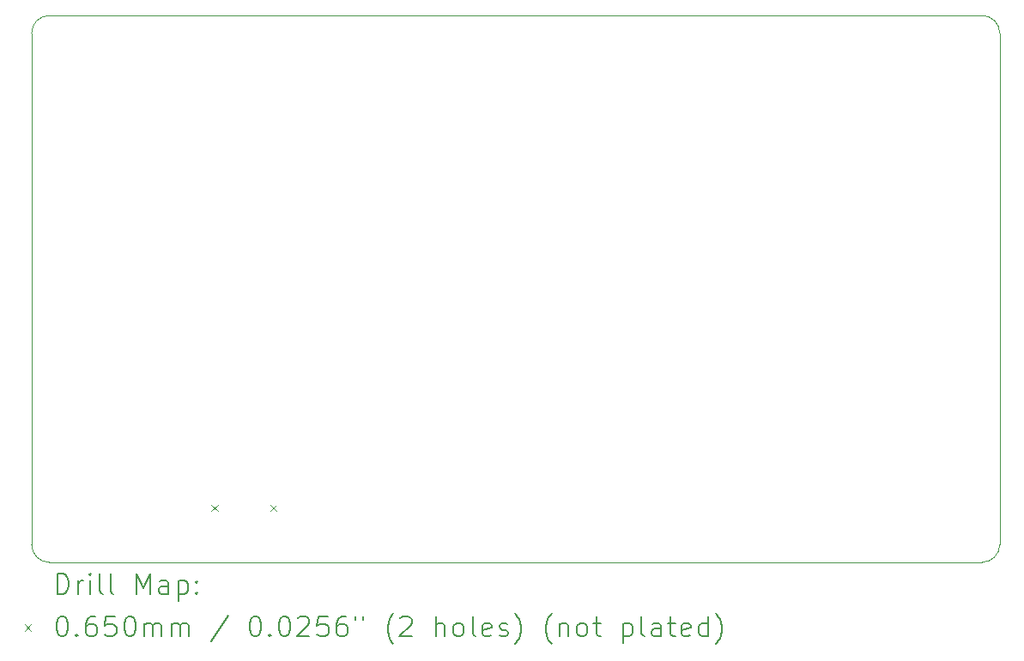
<source format=gbr>
%FSLAX45Y45*%
G04 Gerber Fmt 4.5, Leading zero omitted, Abs format (unit mm)*
G04 Created by KiCad (PCBNEW 6.0.0-rc2) date 2022-07-03 09:31:05*
%MOMM*%
%LPD*%
G01*
G04 APERTURE LIST*
%TA.AperFunction,Profile*%
%ADD10C,0.050000*%
%TD*%
%ADD11C,0.200000*%
%ADD12C,0.065000*%
G04 APERTURE END LIST*
D10*
X7045000Y-12025000D02*
X7045000Y-6975000D01*
X16420000Y-12200000D02*
G75*
G03*
X16595000Y-12025000I0J175000D01*
G01*
X16420000Y-12200000D02*
X7220000Y-12200000D01*
X7220000Y-6800000D02*
G75*
G03*
X7045000Y-6975000I0J-175000D01*
G01*
X16595000Y-6975000D02*
G75*
G03*
X16420000Y-6800000I-175000J0D01*
G01*
X7045000Y-12025000D02*
G75*
G03*
X7220000Y-12200000I175000J0D01*
G01*
X16420000Y-6800000D02*
X7220000Y-6800000D01*
X16595000Y-6975000D02*
X16595000Y-12025000D01*
D11*
D12*
X8818500Y-11632000D02*
X8883500Y-11697000D01*
X8883500Y-11632000D02*
X8818500Y-11697000D01*
X9396500Y-11632000D02*
X9461500Y-11697000D01*
X9461500Y-11632000D02*
X9396500Y-11697000D01*
D11*
X7300119Y-12512976D02*
X7300119Y-12312976D01*
X7347738Y-12312976D01*
X7376309Y-12322500D01*
X7395357Y-12341548D01*
X7404881Y-12360595D01*
X7414405Y-12398690D01*
X7414405Y-12427262D01*
X7404881Y-12465357D01*
X7395357Y-12484405D01*
X7376309Y-12503452D01*
X7347738Y-12512976D01*
X7300119Y-12512976D01*
X7500119Y-12512976D02*
X7500119Y-12379643D01*
X7500119Y-12417738D02*
X7509643Y-12398690D01*
X7519167Y-12389167D01*
X7538214Y-12379643D01*
X7557262Y-12379643D01*
X7623928Y-12512976D02*
X7623928Y-12379643D01*
X7623928Y-12312976D02*
X7614405Y-12322500D01*
X7623928Y-12332024D01*
X7633452Y-12322500D01*
X7623928Y-12312976D01*
X7623928Y-12332024D01*
X7747738Y-12512976D02*
X7728690Y-12503452D01*
X7719167Y-12484405D01*
X7719167Y-12312976D01*
X7852500Y-12512976D02*
X7833452Y-12503452D01*
X7823928Y-12484405D01*
X7823928Y-12312976D01*
X8081071Y-12512976D02*
X8081071Y-12312976D01*
X8147738Y-12455833D01*
X8214405Y-12312976D01*
X8214405Y-12512976D01*
X8395357Y-12512976D02*
X8395357Y-12408214D01*
X8385833Y-12389167D01*
X8366786Y-12379643D01*
X8328690Y-12379643D01*
X8309643Y-12389167D01*
X8395357Y-12503452D02*
X8376309Y-12512976D01*
X8328690Y-12512976D01*
X8309643Y-12503452D01*
X8300119Y-12484405D01*
X8300119Y-12465357D01*
X8309643Y-12446309D01*
X8328690Y-12436786D01*
X8376309Y-12436786D01*
X8395357Y-12427262D01*
X8490595Y-12379643D02*
X8490595Y-12579643D01*
X8490595Y-12389167D02*
X8509643Y-12379643D01*
X8547738Y-12379643D01*
X8566786Y-12389167D01*
X8576310Y-12398690D01*
X8585833Y-12417738D01*
X8585833Y-12474881D01*
X8576310Y-12493928D01*
X8566786Y-12503452D01*
X8547738Y-12512976D01*
X8509643Y-12512976D01*
X8490595Y-12503452D01*
X8671548Y-12493928D02*
X8681071Y-12503452D01*
X8671548Y-12512976D01*
X8662024Y-12503452D01*
X8671548Y-12493928D01*
X8671548Y-12512976D01*
X8671548Y-12389167D02*
X8681071Y-12398690D01*
X8671548Y-12408214D01*
X8662024Y-12398690D01*
X8671548Y-12389167D01*
X8671548Y-12408214D01*
D12*
X6977500Y-12810000D02*
X7042500Y-12875000D01*
X7042500Y-12810000D02*
X6977500Y-12875000D01*
D11*
X7338214Y-12732976D02*
X7357262Y-12732976D01*
X7376309Y-12742500D01*
X7385833Y-12752024D01*
X7395357Y-12771071D01*
X7404881Y-12809167D01*
X7404881Y-12856786D01*
X7395357Y-12894881D01*
X7385833Y-12913928D01*
X7376309Y-12923452D01*
X7357262Y-12932976D01*
X7338214Y-12932976D01*
X7319167Y-12923452D01*
X7309643Y-12913928D01*
X7300119Y-12894881D01*
X7290595Y-12856786D01*
X7290595Y-12809167D01*
X7300119Y-12771071D01*
X7309643Y-12752024D01*
X7319167Y-12742500D01*
X7338214Y-12732976D01*
X7490595Y-12913928D02*
X7500119Y-12923452D01*
X7490595Y-12932976D01*
X7481071Y-12923452D01*
X7490595Y-12913928D01*
X7490595Y-12932976D01*
X7671548Y-12732976D02*
X7633452Y-12732976D01*
X7614405Y-12742500D01*
X7604881Y-12752024D01*
X7585833Y-12780595D01*
X7576309Y-12818690D01*
X7576309Y-12894881D01*
X7585833Y-12913928D01*
X7595357Y-12923452D01*
X7614405Y-12932976D01*
X7652500Y-12932976D01*
X7671548Y-12923452D01*
X7681071Y-12913928D01*
X7690595Y-12894881D01*
X7690595Y-12847262D01*
X7681071Y-12828214D01*
X7671548Y-12818690D01*
X7652500Y-12809167D01*
X7614405Y-12809167D01*
X7595357Y-12818690D01*
X7585833Y-12828214D01*
X7576309Y-12847262D01*
X7871548Y-12732976D02*
X7776309Y-12732976D01*
X7766786Y-12828214D01*
X7776309Y-12818690D01*
X7795357Y-12809167D01*
X7842976Y-12809167D01*
X7862024Y-12818690D01*
X7871548Y-12828214D01*
X7881071Y-12847262D01*
X7881071Y-12894881D01*
X7871548Y-12913928D01*
X7862024Y-12923452D01*
X7842976Y-12932976D01*
X7795357Y-12932976D01*
X7776309Y-12923452D01*
X7766786Y-12913928D01*
X8004881Y-12732976D02*
X8023928Y-12732976D01*
X8042976Y-12742500D01*
X8052500Y-12752024D01*
X8062024Y-12771071D01*
X8071548Y-12809167D01*
X8071548Y-12856786D01*
X8062024Y-12894881D01*
X8052500Y-12913928D01*
X8042976Y-12923452D01*
X8023928Y-12932976D01*
X8004881Y-12932976D01*
X7985833Y-12923452D01*
X7976309Y-12913928D01*
X7966786Y-12894881D01*
X7957262Y-12856786D01*
X7957262Y-12809167D01*
X7966786Y-12771071D01*
X7976309Y-12752024D01*
X7985833Y-12742500D01*
X8004881Y-12732976D01*
X8157262Y-12932976D02*
X8157262Y-12799643D01*
X8157262Y-12818690D02*
X8166786Y-12809167D01*
X8185833Y-12799643D01*
X8214405Y-12799643D01*
X8233452Y-12809167D01*
X8242976Y-12828214D01*
X8242976Y-12932976D01*
X8242976Y-12828214D02*
X8252500Y-12809167D01*
X8271548Y-12799643D01*
X8300119Y-12799643D01*
X8319167Y-12809167D01*
X8328690Y-12828214D01*
X8328690Y-12932976D01*
X8423929Y-12932976D02*
X8423929Y-12799643D01*
X8423929Y-12818690D02*
X8433452Y-12809167D01*
X8452500Y-12799643D01*
X8481071Y-12799643D01*
X8500119Y-12809167D01*
X8509643Y-12828214D01*
X8509643Y-12932976D01*
X8509643Y-12828214D02*
X8519167Y-12809167D01*
X8538214Y-12799643D01*
X8566786Y-12799643D01*
X8585833Y-12809167D01*
X8595357Y-12828214D01*
X8595357Y-12932976D01*
X8985833Y-12723452D02*
X8814405Y-12980595D01*
X9242976Y-12732976D02*
X9262024Y-12732976D01*
X9281071Y-12742500D01*
X9290595Y-12752024D01*
X9300119Y-12771071D01*
X9309643Y-12809167D01*
X9309643Y-12856786D01*
X9300119Y-12894881D01*
X9290595Y-12913928D01*
X9281071Y-12923452D01*
X9262024Y-12932976D01*
X9242976Y-12932976D01*
X9223929Y-12923452D01*
X9214405Y-12913928D01*
X9204881Y-12894881D01*
X9195357Y-12856786D01*
X9195357Y-12809167D01*
X9204881Y-12771071D01*
X9214405Y-12752024D01*
X9223929Y-12742500D01*
X9242976Y-12732976D01*
X9395357Y-12913928D02*
X9404881Y-12923452D01*
X9395357Y-12932976D01*
X9385833Y-12923452D01*
X9395357Y-12913928D01*
X9395357Y-12932976D01*
X9528690Y-12732976D02*
X9547738Y-12732976D01*
X9566786Y-12742500D01*
X9576310Y-12752024D01*
X9585833Y-12771071D01*
X9595357Y-12809167D01*
X9595357Y-12856786D01*
X9585833Y-12894881D01*
X9576310Y-12913928D01*
X9566786Y-12923452D01*
X9547738Y-12932976D01*
X9528690Y-12932976D01*
X9509643Y-12923452D01*
X9500119Y-12913928D01*
X9490595Y-12894881D01*
X9481071Y-12856786D01*
X9481071Y-12809167D01*
X9490595Y-12771071D01*
X9500119Y-12752024D01*
X9509643Y-12742500D01*
X9528690Y-12732976D01*
X9671548Y-12752024D02*
X9681071Y-12742500D01*
X9700119Y-12732976D01*
X9747738Y-12732976D01*
X9766786Y-12742500D01*
X9776310Y-12752024D01*
X9785833Y-12771071D01*
X9785833Y-12790119D01*
X9776310Y-12818690D01*
X9662024Y-12932976D01*
X9785833Y-12932976D01*
X9966786Y-12732976D02*
X9871548Y-12732976D01*
X9862024Y-12828214D01*
X9871548Y-12818690D01*
X9890595Y-12809167D01*
X9938214Y-12809167D01*
X9957262Y-12818690D01*
X9966786Y-12828214D01*
X9976310Y-12847262D01*
X9976310Y-12894881D01*
X9966786Y-12913928D01*
X9957262Y-12923452D01*
X9938214Y-12932976D01*
X9890595Y-12932976D01*
X9871548Y-12923452D01*
X9862024Y-12913928D01*
X10147738Y-12732976D02*
X10109643Y-12732976D01*
X10090595Y-12742500D01*
X10081071Y-12752024D01*
X10062024Y-12780595D01*
X10052500Y-12818690D01*
X10052500Y-12894881D01*
X10062024Y-12913928D01*
X10071548Y-12923452D01*
X10090595Y-12932976D01*
X10128690Y-12932976D01*
X10147738Y-12923452D01*
X10157262Y-12913928D01*
X10166786Y-12894881D01*
X10166786Y-12847262D01*
X10157262Y-12828214D01*
X10147738Y-12818690D01*
X10128690Y-12809167D01*
X10090595Y-12809167D01*
X10071548Y-12818690D01*
X10062024Y-12828214D01*
X10052500Y-12847262D01*
X10242976Y-12732976D02*
X10242976Y-12771071D01*
X10319167Y-12732976D02*
X10319167Y-12771071D01*
X10614405Y-13009167D02*
X10604881Y-12999643D01*
X10585833Y-12971071D01*
X10576310Y-12952024D01*
X10566786Y-12923452D01*
X10557262Y-12875833D01*
X10557262Y-12837738D01*
X10566786Y-12790119D01*
X10576310Y-12761548D01*
X10585833Y-12742500D01*
X10604881Y-12713928D01*
X10614405Y-12704405D01*
X10681071Y-12752024D02*
X10690595Y-12742500D01*
X10709643Y-12732976D01*
X10757262Y-12732976D01*
X10776310Y-12742500D01*
X10785833Y-12752024D01*
X10795357Y-12771071D01*
X10795357Y-12790119D01*
X10785833Y-12818690D01*
X10671548Y-12932976D01*
X10795357Y-12932976D01*
X11033452Y-12932976D02*
X11033452Y-12732976D01*
X11119167Y-12932976D02*
X11119167Y-12828214D01*
X11109643Y-12809167D01*
X11090595Y-12799643D01*
X11062024Y-12799643D01*
X11042976Y-12809167D01*
X11033452Y-12818690D01*
X11242976Y-12932976D02*
X11223928Y-12923452D01*
X11214405Y-12913928D01*
X11204881Y-12894881D01*
X11204881Y-12837738D01*
X11214405Y-12818690D01*
X11223928Y-12809167D01*
X11242976Y-12799643D01*
X11271548Y-12799643D01*
X11290595Y-12809167D01*
X11300119Y-12818690D01*
X11309643Y-12837738D01*
X11309643Y-12894881D01*
X11300119Y-12913928D01*
X11290595Y-12923452D01*
X11271548Y-12932976D01*
X11242976Y-12932976D01*
X11423928Y-12932976D02*
X11404881Y-12923452D01*
X11395357Y-12904405D01*
X11395357Y-12732976D01*
X11576309Y-12923452D02*
X11557262Y-12932976D01*
X11519167Y-12932976D01*
X11500119Y-12923452D01*
X11490595Y-12904405D01*
X11490595Y-12828214D01*
X11500119Y-12809167D01*
X11519167Y-12799643D01*
X11557262Y-12799643D01*
X11576309Y-12809167D01*
X11585833Y-12828214D01*
X11585833Y-12847262D01*
X11490595Y-12866309D01*
X11662024Y-12923452D02*
X11681071Y-12932976D01*
X11719167Y-12932976D01*
X11738214Y-12923452D01*
X11747738Y-12904405D01*
X11747738Y-12894881D01*
X11738214Y-12875833D01*
X11719167Y-12866309D01*
X11690595Y-12866309D01*
X11671548Y-12856786D01*
X11662024Y-12837738D01*
X11662024Y-12828214D01*
X11671548Y-12809167D01*
X11690595Y-12799643D01*
X11719167Y-12799643D01*
X11738214Y-12809167D01*
X11814405Y-13009167D02*
X11823928Y-12999643D01*
X11842976Y-12971071D01*
X11852500Y-12952024D01*
X11862024Y-12923452D01*
X11871548Y-12875833D01*
X11871548Y-12837738D01*
X11862024Y-12790119D01*
X11852500Y-12761548D01*
X11842976Y-12742500D01*
X11823928Y-12713928D01*
X11814405Y-12704405D01*
X12176309Y-13009167D02*
X12166786Y-12999643D01*
X12147738Y-12971071D01*
X12138214Y-12952024D01*
X12128690Y-12923452D01*
X12119167Y-12875833D01*
X12119167Y-12837738D01*
X12128690Y-12790119D01*
X12138214Y-12761548D01*
X12147738Y-12742500D01*
X12166786Y-12713928D01*
X12176309Y-12704405D01*
X12252500Y-12799643D02*
X12252500Y-12932976D01*
X12252500Y-12818690D02*
X12262024Y-12809167D01*
X12281071Y-12799643D01*
X12309643Y-12799643D01*
X12328690Y-12809167D01*
X12338214Y-12828214D01*
X12338214Y-12932976D01*
X12462024Y-12932976D02*
X12442976Y-12923452D01*
X12433452Y-12913928D01*
X12423928Y-12894881D01*
X12423928Y-12837738D01*
X12433452Y-12818690D01*
X12442976Y-12809167D01*
X12462024Y-12799643D01*
X12490595Y-12799643D01*
X12509643Y-12809167D01*
X12519167Y-12818690D01*
X12528690Y-12837738D01*
X12528690Y-12894881D01*
X12519167Y-12913928D01*
X12509643Y-12923452D01*
X12490595Y-12932976D01*
X12462024Y-12932976D01*
X12585833Y-12799643D02*
X12662024Y-12799643D01*
X12614405Y-12732976D02*
X12614405Y-12904405D01*
X12623928Y-12923452D01*
X12642976Y-12932976D01*
X12662024Y-12932976D01*
X12881071Y-12799643D02*
X12881071Y-12999643D01*
X12881071Y-12809167D02*
X12900119Y-12799643D01*
X12938214Y-12799643D01*
X12957262Y-12809167D01*
X12966786Y-12818690D01*
X12976309Y-12837738D01*
X12976309Y-12894881D01*
X12966786Y-12913928D01*
X12957262Y-12923452D01*
X12938214Y-12932976D01*
X12900119Y-12932976D01*
X12881071Y-12923452D01*
X13090595Y-12932976D02*
X13071548Y-12923452D01*
X13062024Y-12904405D01*
X13062024Y-12732976D01*
X13252500Y-12932976D02*
X13252500Y-12828214D01*
X13242976Y-12809167D01*
X13223928Y-12799643D01*
X13185833Y-12799643D01*
X13166786Y-12809167D01*
X13252500Y-12923452D02*
X13233452Y-12932976D01*
X13185833Y-12932976D01*
X13166786Y-12923452D01*
X13157262Y-12904405D01*
X13157262Y-12885357D01*
X13166786Y-12866309D01*
X13185833Y-12856786D01*
X13233452Y-12856786D01*
X13252500Y-12847262D01*
X13319167Y-12799643D02*
X13395357Y-12799643D01*
X13347738Y-12732976D02*
X13347738Y-12904405D01*
X13357262Y-12923452D01*
X13376309Y-12932976D01*
X13395357Y-12932976D01*
X13538214Y-12923452D02*
X13519167Y-12932976D01*
X13481071Y-12932976D01*
X13462024Y-12923452D01*
X13452500Y-12904405D01*
X13452500Y-12828214D01*
X13462024Y-12809167D01*
X13481071Y-12799643D01*
X13519167Y-12799643D01*
X13538214Y-12809167D01*
X13547738Y-12828214D01*
X13547738Y-12847262D01*
X13452500Y-12866309D01*
X13719167Y-12932976D02*
X13719167Y-12732976D01*
X13719167Y-12923452D02*
X13700119Y-12932976D01*
X13662024Y-12932976D01*
X13642976Y-12923452D01*
X13633452Y-12913928D01*
X13623928Y-12894881D01*
X13623928Y-12837738D01*
X13633452Y-12818690D01*
X13642976Y-12809167D01*
X13662024Y-12799643D01*
X13700119Y-12799643D01*
X13719167Y-12809167D01*
X13795357Y-13009167D02*
X13804881Y-12999643D01*
X13823928Y-12971071D01*
X13833452Y-12952024D01*
X13842976Y-12923452D01*
X13852500Y-12875833D01*
X13852500Y-12837738D01*
X13842976Y-12790119D01*
X13833452Y-12761548D01*
X13823928Y-12742500D01*
X13804881Y-12713928D01*
X13795357Y-12704405D01*
M02*

</source>
